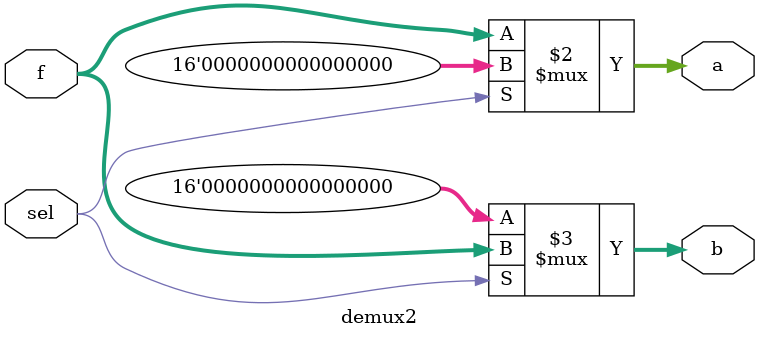
<source format=sv>
module demux2 #(parameter width = 16)
(
	input sel,
	input [width-1:0] f,
	output logic [width-1:0] a, b
);

always_comb
begin
	a = (sel) ? {width{1'b0}}:f;
	b = (sel) ? f:{width{1'b0}};
end

endmodule: demux2
</source>
